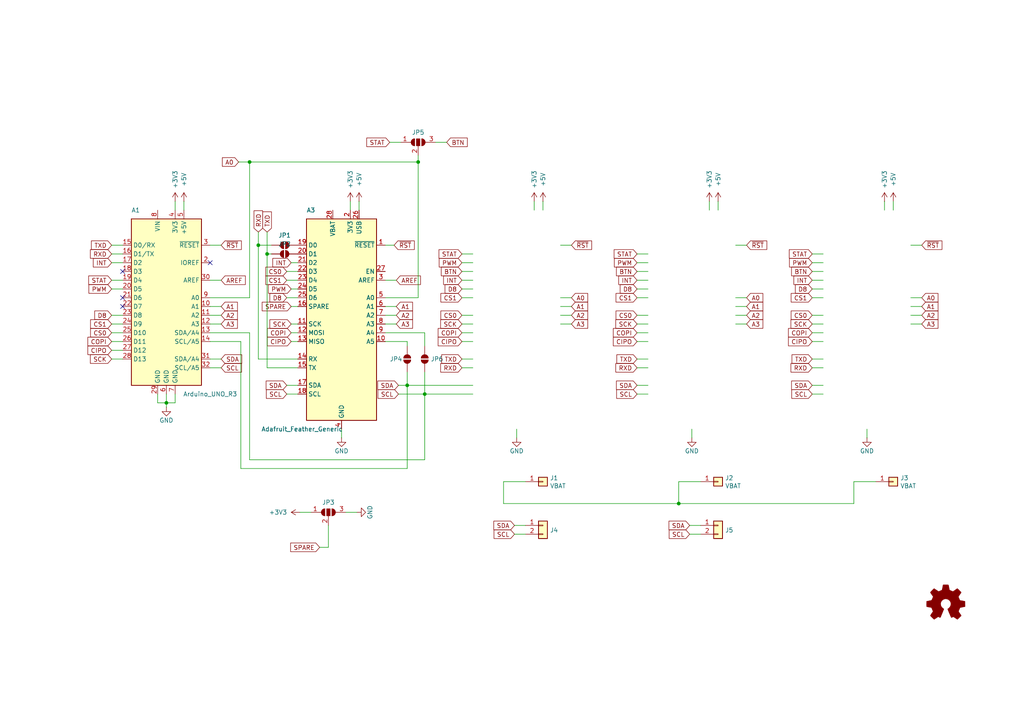
<source format=kicad_sch>
(kicad_sch (version 20231120) (generator "eeschema") (generator_version "8.0")
  (paper "A4")
  (title_block (title "ADAPT") (date "2021-03-15") (rev "v1.0") (company "nerdyscout"))
  (lib_symbols
    (symbol "Connector_Generic:Conn_01x01" (pin_names (offset 1.016) hide)
      (property "Reference" "J" (at 0 2.54 0))
      (property "Value" "Conn_01x01" (at 0 -2.54 0))
      (symbol "Conn_01x01_1_1"
        (rectangle (start -1.27 0.127) (end 0 -0.127) (stroke (width 0.1524)))
        (rectangle (start -1.27 1.27) (end 1.27 -1.27) (stroke (width 0.254)) (fill (type background)))
        (pin passive line (at -5.08 0 0) (length 3.81) (name "Pin_1") (number "1"))
      )
    )
    (symbol "Connector_Generic:Conn_01x02" (pin_names (offset 1.016) hide)
      (property "Reference" "J" (at 0 2.54 0))
      (property "Value" "Conn_01x02" (at 0 -5.08 0))
      (symbol "Conn_01x02_1_1"
        (rectangle (start -1.27 -2.413) (end 0 -2.667) (stroke (width 0.1524)))
        (rectangle (start -1.27 0.127) (end 0 -0.127) (stroke (width 0.1524)))
        (rectangle (start -1.27 1.27) (end 1.27 -3.81) (stroke (width 0.254)) (fill (type background)))
        (pin passive line (at -5.08 0 0) (length 3.81) (name "Pin_1") (number "1"))
        (pin passive line (at -5.08 -2.54 0) (length 3.81) (name "Pin_2") (number "2"))
      )
    )
    (symbol "Graphic:Logo_Open_Hardware_Small" (in_bom no) (on_board no)
      (symbol "Logo_Open_Hardware_Small_0_1"
        (polyline (pts (xy 3.3528 -4.3434) (xy 3.302 -4.318) (xy 3.175 -4.2418) (xy 2.9972 -4.1148) (xy 2.7686 -3.9624) (xy 2.54 -3.81) (xy 2.3622 -3.7084) (xy 2.2352 -3.6068) (xy 2.1844 -3.5814) (xy 2.159 -3.6068) (xy 2.0574 -3.6576) (xy 1.905 -3.7338) (xy 1.8034 -3.7846) (xy 1.6764 -3.8354) (xy 1.6002 -3.8354) (xy 1.6002 -3.8354) (xy 1.5494 -3.7338) (xy 1.4732 -3.5306) (xy 1.3462 -3.302) (xy 1.2446 -3.0226) (xy 1.1176 -2.7178) (xy 0.9652 -2.413) (xy 0.8636 -2.1082) (xy 0.7366 -1.8288) (xy 0.6604 -1.6256) (xy 0.6096 -1.4732) (xy 0.5842 -1.397) (xy 0.5842 -1.397) (xy 0.6604 -1.3208) (xy 0.7874 -1.2446) (xy 1.0414 -1.016) (xy 1.2954 -0.6858) (xy 1.4478 -0.3302) (xy 1.524 0.0762) (xy 1.4732 0.4572) (xy 1.3208 0.8128) (xy 1.0668 1.143) (xy 0.762 1.3716) (xy 0.4064 1.524) (xy 0 1.5748) (xy -0.381 1.5494) (xy -0.7366 1.397) (xy -1.0668 1.143) (xy -1.2192 0.9906) (xy -1.397 0.6604) (xy -1.524 0.3048) (xy -1.524 0.2286) (xy -1.4986 -0.1778) (xy -1.397 -0.5334) (xy -1.1938 -0.8636) (xy -0.9144 -1.143) (xy -0.8636 -1.1684) (xy -0.7366 -1.27) (xy -0.635 -1.3462) (xy -0.5842 -1.397) (xy -1.0668 -2.5908) (xy -1.143 -2.794) (xy -1.2954 -3.1242) (xy -1.397 -3.4036) (xy -1.4986 -3.6322) (xy -1.5748 -3.7846) (xy -1.6002 -3.8354) (xy -1.6002 -3.8354) (xy -1.651 -3.8354) (xy -1.7272 -3.81) (xy -1.905 -3.7338) (xy -2.0066 -3.683) (xy -2.1336 -3.6068) (xy -2.2098 -3.5814) (xy -2.2606 -3.6068) (xy -2.3622 -3.683) (xy -2.54 -3.81) (xy -2.7686 -3.9624) (xy -2.9718 -4.0894) (xy -3.1496 -4.2164) (xy -3.302 -4.318) (xy -3.3528 -4.3434) (xy -3.3782 -4.3434) (xy -3.429 -4.318) (xy -3.5306 -4.2164) (xy -3.7084 -4.064) (xy -3.937 -3.8354) (xy -3.9624 -3.81) (xy -4.1656 -3.6068) (xy -4.318 -3.4544) (xy -4.4196 -3.3274) (xy -4.445 -3.2766) (xy -4.445 -3.2766) (xy -4.4196 -3.2258) (xy -4.318 -3.0734) (xy -4.2164 -2.8956) (xy -4.064 -2.667) (xy -3.6576 -2.0828) (xy -3.8862 -1.5494) (xy -3.937 -1.3716) (xy -4.0386 -1.1684) (xy -4.0894 -1.0414) (xy -4.1148 -0.9652) (xy -4.191 -0.9398) (xy -4.318 -0.9144) (xy -4.5466 -0.8636) (xy -4.8006 -0.8128) (xy -5.0546 -0.7874) (xy -5.2578 -0.7366) (xy -5.4356 -0.7112) (xy -5.5118 -0.6858) (xy -5.5118 -0.6858) (xy -5.5372 -0.635) (xy -5.5372 -0.5588) (xy -5.5372 -0.4318) (xy -5.5626 -0.2286) (xy -5.5626 0.0762) (xy -5.5626 0.127) (xy -5.5372 0.4064) (xy -5.5372 0.635) (xy -5.5372 0.762) (xy -5.5372 0.8382) (xy -5.5372 0.8382) (xy -5.461 0.8382) (xy -5.3086 0.889) (xy -5.08 0.9144) (xy -4.826 0.9652) (xy -4.8006 0.9906) (xy -4.5466 1.0414) (xy -4.318 1.0668) (xy -4.1656 1.1176) (xy -4.0894 1.143) (xy -4.0894 1.143) (xy -4.0386 1.2446) (xy -3.9624 1.4224) (xy -3.8608 1.6256) (xy -3.7846 1.8288) (xy -3.7084 2.0066) (xy -3.6576 2.159) (xy -3.6322 2.2098) (xy -3.6322 2.2098) (xy -3.683 2.286) (xy -3.7592 2.413) (xy -3.8862 2.5908) (xy -4.064 2.8194) (xy -4.064 2.8448) (xy -4.2164 3.0734) (xy -4.3434 3.2512) (xy -4.4196 3.3782) (xy -4.445 3.4544) (xy -4.445 3.4544) (xy -4.3942 3.5052) (xy -4.2926 3.6322) (xy -4.1148 3.81) (xy -3.937 4.0132) (xy -3.8608 4.064) (xy -3.6576 4.2926) (xy -3.5052 4.4196) (xy -3.4036 4.4958) (xy -3.3528 4.5212) (xy -3.3528 4.5212) (xy -3.302 4.4704) (xy -3.1496 4.3688) (xy -2.9718 4.2418) (xy -2.7432 4.0894) (xy -2.7178 4.0894) (xy -2.4892 3.937) (xy -2.3114 3.81) (xy -2.1844 3.7084) (xy -2.1336 3.683) (xy -2.1082 3.683) (xy -2.032 3.7084) (xy -1.8542 3.7592) (xy -1.6764 3.8354) (xy -1.4732 3.937) (xy -1.27 4.0132) (xy -1.143 4.064) (xy -1.0668 4.1148) (xy -1.0668 4.1148) (xy -1.0414 4.191) (xy -1.016 4.3434) (xy -0.9652 4.572) (xy -0.9144 4.8514) (xy -0.889 4.9022) (xy -0.8382 5.1562) (xy -0.8128 5.3848) (xy -0.7874 5.5372) (xy -0.762 5.588) (xy -0.7112 5.6134) (xy -0.5842 5.6134) (xy -0.4064 5.6134) (xy -0.1524 5.6134) (xy 0.0762 5.6134) (xy 0.3302 5.6134) (xy 0.5334 5.6134) (xy 0.6858 5.588) (xy 0.7366 5.588) (xy 0.7366 5.588) (xy 0.762 5.5118) (xy 0.8128 5.334) (xy 0.8382 5.1054) (xy 0.9144 4.826) (xy 0.9144 4.7752) (xy 0.9652 4.5212) (xy 1.016 4.2926) (xy 1.0414 4.1402) (xy 1.0668 4.0894) (xy 1.0668 4.0894) (xy 1.1938 4.0386) (xy 1.3716 3.9624) (xy 1.5748 3.8608) (xy 2.0828 3.6576) (xy 2.7178 4.0894) (xy 2.7686 4.1402) (xy 2.9972 4.2926) (xy 3.175 4.4196) (xy 3.302 4.4958) (xy 3.3782 4.5212) (xy 3.3782 4.5212) (xy 3.429 4.4704) (xy 3.556 4.3434) (xy 3.7338 4.191) (xy 3.9116 3.9878) (xy 4.064 3.8354) (xy 4.2418 3.6576) (xy 4.3434 3.556) (xy 4.4196 3.4798) (xy 4.4196 3.429) (xy 4.4196 3.4036) (xy 4.3942 3.3274) (xy 4.2926 3.2004) (xy 4.1656 2.9972) (xy 4.0132 2.794) (xy 3.8862 2.5908) (xy 3.7592 2.3876) (xy 3.6576 2.2352) (xy 3.6322 2.159) (xy 3.6322 2.1336) (xy 3.683 2.0066) (xy 3.7592 1.8288) (xy 3.8608 1.6002) (xy 4.064 1.1176) (xy 4.3942 1.0414) (xy 4.5974 1.016) (xy 4.8768 0.9652) (xy 5.1308 0.9144) (xy 5.5372 0.8382) (xy 5.5626 -0.6604) (xy 5.4864 -0.6858) (xy 5.4356 -0.6858) (xy 5.2832 -0.7366) (xy 5.0546 -0.762) (xy 4.8006 -0.8128) (xy 4.5974 -0.8636) (xy 4.3688 -0.9144) (xy 4.2164 -0.9398) (xy 4.1402 -0.9398) (xy 4.1148 -0.9652) (xy 4.064 -1.0668) (xy 3.9878 -1.2446) (xy 3.9116 -1.4478) (xy 3.81 -1.651) (xy 3.7338 -1.8542) (xy 3.683 -2.0066) (xy 3.6576 -2.0828) (xy 3.683 -2.1336) (xy 3.7846 -2.2606) (xy 3.8862 -2.4638) (xy 4.0386 -2.667) (xy 4.191 -2.8956) (xy 4.318 -3.0734) (xy 4.3942 -3.2004) (xy 4.445 -3.2766) (xy 4.4196 -3.3274) (xy 4.3434 -3.429) (xy 4.1656 -3.5814) (xy 3.937 -3.8354) (xy 3.8862 -3.8608) (xy 3.683 -4.064) (xy 3.5306 -4.2164) (xy 3.4036 -4.318) (xy 3.3528 -4.3434)) (fill (type outline)))
      )
    )
    (symbol "Jumper:SolderJumper_2_Open" (pin_numbers hide) (pin_names (offset 0) hide) (exclude_from_sim yes) (in_bom no)
      (property "Reference" "JP" (at 0 2.032 0))
      (property "Value" "SolderJumper_2_Open" (at 0 -2.54 0))
      (symbol "SolderJumper_2_Open_0_1"
        (arc (start -0.254 1.016) (mid -1.2656 0) (end -0.254 -1.016))
        (arc (start -0.254 1.016) (mid -1.2656 0) (end -0.254 -1.016) (fill (type outline)))
        (polyline (pts (xy -0.254 1.016) (xy -0.254 -1.016)))
        (polyline (pts (xy 0.254 1.016) (xy 0.254 -1.016)))
        (arc (start 0.254 -1.016) (mid 1.2656 0) (end 0.254 1.016))
        (arc (start 0.254 -1.016) (mid 1.2656 0) (end 0.254 1.016) (fill (type outline)))
      )
      (symbol "SolderJumper_2_Open_1_1"
        (pin passive line (at -3.81 0 0) (length 2.54) (name "A") (number "1"))
        (pin passive line (at 3.81 0 180) (length 2.54) (name "B") (number "2"))
      )
    )
    (symbol "Jumper:SolderJumper_3_Open" (pin_names (offset 0) hide) (exclude_from_sim yes) (in_bom no)
      (property "Reference" "JP" (at -2.54 -2.54 0))
      (property "Value" "SolderJumper_3_Open" (at 0 2.794 0))
      (symbol "SolderJumper_3_Open_0_1"
        (arc (start -1.016 1.016) (mid -2.0276 0) (end -1.016 -1.016))
        (arc (start -1.016 1.016) (mid -2.0276 0) (end -1.016 -1.016) (fill (type outline)))
        (rectangle (start -0.508 1.016) (end 0.508 -1.016) (fill (type outline)))
        (polyline (pts (xy -2.54 0) (xy -2.032 0)))
        (polyline (pts (xy -1.016 1.016) (xy -1.016 -1.016)))
        (polyline (pts (xy 0 -1.27) (xy 0 -1.016)))
        (polyline (pts (xy 1.016 1.016) (xy 1.016 -1.016)))
        (polyline (pts (xy 2.54 0) (xy 2.032 0)))
        (arc (start 1.016 -1.016) (mid 2.0276 0) (end 1.016 1.016))
        (arc (start 1.016 -1.016) (mid 2.0276 0) (end 1.016 1.016) (fill (type outline)))
      )
      (symbol "SolderJumper_3_Open_1_1"
        (pin passive line (at -5.08 0 0) (length 2.54) (name "A") (number "1"))
        (pin passive line (at 0 -3.81 90) (length 2.54) (name "C") (number "2"))
        (pin passive line (at 5.08 0 180) (length 2.54) (name "B") (number "3"))
      )
    )
    (symbol "MCU_Module:Adafruit_Feather_Generic"
      (property "Reference" "A" (at -10.16 29.21 0))
      (property "Value" "Adafruit_Feather_Generic" (at 2.54 -31.75 0))
      (symbol "Adafruit_Feather_Generic_0_1"
        (rectangle (start -10.16 27.94) (end 10.16 -30.48) (stroke (width 0.254)) (fill (type background)))
      )
      (symbol "Adafruit_Feather_Generic_1_1"
        (pin input line (at 12.7 20.32 180) (length 2.54) (name "~{RESET}") (number "1"))
        (pin bidirectional line (at 12.7 -7.62 180) (length 2.54) (name "A5") (number "10"))
        (pin bidirectional line (at -12.7 -2.54 0) (length 2.54) (name "SCK") (number "11"))
        (pin bidirectional line (at -12.7 -5.08 0) (length 2.54) (name "MOSI") (number "12"))
        (pin bidirectional line (at -12.7 -7.62 0) (length 2.54) (name "MISO") (number "13"))
        (pin bidirectional line (at -12.7 -12.7 0) (length 2.54) (name "RX") (number "14"))
        (pin bidirectional line (at -12.7 -15.24 0) (length 2.54) (name "TX") (number "15"))
        (pin bidirectional line (at -12.7 2.54 0) (length 2.54) (name "SPARE") (number "16"))
        (pin bidirectional line (at -12.7 -20.32 0) (length 2.54) (name "SDA") (number "17"))
        (pin bidirectional line (at -12.7 -22.86 0) (length 2.54) (name "SCL") (number "18"))
        (pin bidirectional line (at -12.7 20.32 0) (length 2.54) (name "D0") (number "19"))
        (pin power_in line (at 2.54 30.48 270) (length 2.54) (name "3V3") (number "2"))
        (pin bidirectional line (at -12.7 17.78 0) (length 2.54) (name "D1") (number "20"))
        (pin bidirectional line (at -12.7 15.24 0) (length 2.54) (name "D2") (number "21"))
        (pin bidirectional line (at -12.7 12.7 0) (length 2.54) (name "D3") (number "22"))
        (pin bidirectional line (at -12.7 10.16 0) (length 2.54) (name "D4") (number "23"))
        (pin bidirectional line (at -12.7 7.62 0) (length 2.54) (name "D5") (number "24"))
        (pin bidirectional line (at -12.7 5.08 0) (length 2.54) (name "D6") (number "25"))
        (pin power_in line (at 5.08 30.48 270) (length 2.54) (name "USB") (number "26"))
        (pin input line (at 12.7 12.7 180) (length 2.54) (name "EN") (number "27"))
        (pin power_in line (at -2.54 30.48 270) (length 2.54) (name "VBAT") (number "28"))
        (pin input line (at 12.7 10.16 180) (length 2.54) (name "AREF") (number "3"))
        (pin power_in line (at 0 -33.02 90) (length 2.54) (name "GND") (number "4"))
        (pin bidirectional line (at 12.7 5.08 180) (length 2.54) (name "A0") (number "5"))
        (pin bidirectional line (at 12.7 2.54 180) (length 2.54) (name "A1") (number "6"))
        (pin bidirectional line (at 12.7 0 180) (length 2.54) (name "A2") (number "7"))
        (pin bidirectional line (at 12.7 -2.54 180) (length 2.54) (name "A3") (number "8"))
        (pin bidirectional line (at 12.7 -5.08 180) (length 2.54) (name "A4") (number "9"))
      )
    )
    (symbol "MCU_Module:Arduino_UNO_R3"
      (property "Reference" "A" (at -10.16 23.495 0))
      (property "Value" "Arduino_UNO_R3" (at 5.08 -26.67 0))
      (symbol "Arduino_UNO_R3_0_1"
        (rectangle (start -10.16 22.86) (end 10.16 -25.4) (stroke (width 0.254)) (fill (type background)))
      )
      (symbol "Arduino_UNO_R3_1_1"
        (pin no_connect line (at -10.16 -20.32 0) (length 2.54) hide (name "NC") (number "1"))
        (pin bidirectional line (at 12.7 -2.54 180) (length 2.54) (name "A1") (number "10"))
        (pin bidirectional line (at 12.7 -5.08 180) (length 2.54) (name "A2") (number "11"))
        (pin bidirectional line (at 12.7 -7.62 180) (length 2.54) (name "A3") (number "12"))
        (pin bidirectional line (at 12.7 -10.16 180) (length 2.54) (name "SDA/A4") (number "13"))
        (pin bidirectional line (at 12.7 -12.7 180) (length 2.54) (name "SCL/A5") (number "14"))
        (pin bidirectional line (at -12.7 15.24 0) (length 2.54) (name "D0/RX") (number "15"))
        (pin bidirectional line (at -12.7 12.7 0) (length 2.54) (name "D1/TX") (number "16"))
        (pin bidirectional line (at -12.7 10.16 0) (length 2.54) (name "D2") (number "17"))
        (pin bidirectional line (at -12.7 7.62 0) (length 2.54) (name "D3") (number "18"))
        (pin bidirectional line (at -12.7 5.08 0) (length 2.54) (name "D4") (number "19"))
        (pin output line (at 12.7 10.16 180) (length 2.54) (name "IOREF") (number "2"))
        (pin bidirectional line (at -12.7 2.54 0) (length 2.54) (name "D5") (number "20"))
        (pin bidirectional line (at -12.7 0 0) (length 2.54) (name "D6") (number "21"))
        (pin bidirectional line (at -12.7 -2.54 0) (length 2.54) (name "D7") (number "22"))
        (pin bidirectional line (at -12.7 -5.08 0) (length 2.54) (name "D8") (number "23"))
        (pin bidirectional line (at -12.7 -7.62 0) (length 2.54) (name "D9") (number "24"))
        (pin bidirectional line (at -12.7 -10.16 0) (length 2.54) (name "D10") (number "25"))
        (pin bidirectional line (at -12.7 -12.7 0) (length 2.54) (name "D11") (number "26"))
        (pin bidirectional line (at -12.7 -15.24 0) (length 2.54) (name "D12") (number "27"))
        (pin bidirectional line (at -12.7 -17.78 0) (length 2.54) (name "D13") (number "28"))
        (pin power_in line (at -2.54 -27.94 90) (length 2.54) (name "GND") (number "29"))
        (pin input line (at 12.7 15.24 180) (length 2.54) (name "~{RESET}") (number "3"))
        (pin input line (at 12.7 5.08 180) (length 2.54) (name "AREF") (number "30"))
        (pin bidirectional line (at 12.7 -17.78 180) (length 2.54) (name "SDA/A4") (number "31"))
        (pin bidirectional line (at 12.7 -20.32 180) (length 2.54) (name "SCL/A5") (number "32"))
        (pin power_out line (at 2.54 25.4 270) (length 2.54) (name "3V3") (number "4"))
        (pin power_out line (at 5.08 25.4 270) (length 2.54) (name "+5V") (number "5"))
        (pin power_in line (at 0 -27.94 90) (length 2.54) (name "GND") (number "6"))
        (pin power_in line (at 2.54 -27.94 90) (length 2.54) (name "GND") (number "7"))
        (pin power_in line (at -2.54 25.4 270) (length 2.54) (name "VIN") (number "8"))
        (pin bidirectional line (at 12.7 0 180) (length 2.54) (name "A0") (number "9"))
      )
    )
    (symbol "power:+3V3" (power) (pin_numbers hide) (pin_names (offset 0) hide)
      (property "Value" "+3V3" (at 0 3.556 0))
      (symbol "+3V3_0_1"
        (polyline (pts (xy -0.762 1.27) (xy 0 2.54)))
        (polyline (pts (xy 0 0) (xy 0 2.54)))
        (polyline (pts (xy 0 2.54) (xy 0.762 1.27)))
      )
      (symbol "+3V3_1_1"
        (pin power_in line (at 0 0 90) (length 0) (name "~") (number "1"))
      )
    )
    (symbol "power:+5V" (power) (pin_numbers hide) (pin_names (offset 0) hide)
      (property "Value" "+5V" (at 0 3.556 0))
      (symbol "+5V_0_1"
        (polyline (pts (xy -0.762 1.27) (xy 0 2.54)))
        (polyline (pts (xy 0 0) (xy 0 2.54)))
        (polyline (pts (xy 0 2.54) (xy 0.762 1.27)))
      )
      (symbol "+5V_1_1"
        (pin power_in line (at 0 0 90) (length 0) (name "~") (number "1"))
      )
    )
    (symbol "power:GND" (power) (pin_numbers hide) (pin_names (offset 0) hide)
      (property "Value" "GND" (at 0 -3.81 0))
      (symbol "GND_0_1"
        (polyline (pts (xy 0 0) (xy 0 -1.27) (xy 1.27 -1.27) (xy 0 -2.54) (xy -1.27 -1.27) (xy 0 -1.27)))
      )
      (symbol "GND_1_1"
        (pin power_in line (at 0 0 270) (length 0) (name "~") (number "1"))
      )
    )
  )
  (junction (at 118.11 111.76))
  (junction (at 123.19 114.3))
  (junction (at 48.26 116.84))
  (junction (at 121.285 46.99))
  (junction (at 196.85 146.05))
  (junction (at 74.93 71.12))
  (junction (at 77.47 73.66))
  (junction (at 72.39 46.99))
  (no_connect (at 60.96 76.2))
  (no_connect (at 35.56 86.36))
  (no_connect (at 35.56 88.9))
  (no_connect (at 35.56 78.74))
  (wire (pts (xy 86.36 96.52) (xy 84.455 96.52)))
  (wire (pts (xy 95.25 158.75) (xy 95.25 152.4)))
  (wire (pts (xy 60.96 86.36) (xy 72.39 86.36)))
  (wire (pts (xy 35.56 91.44) (xy 32.385 91.44)))
  (wire (pts (xy 133.985 81.28) (xy 137.16 81.28)))
  (wire (pts (xy 123.19 133.35) (xy 123.19 114.3)))
  (wire (pts (xy 165.735 86.36) (xy 162.56 86.36)))
  (wire (pts (xy 84.455 83.82) (xy 86.36 83.82)))
  (wire (pts (xy 154.94 58.42) (xy 154.94 60.96)))
  (wire (pts (xy 123.19 114.3) (xy 123.19 107.95)))
  (wire (pts (xy 111.76 86.36) (xy 121.285 86.36)))
  (wire (pts (xy 69.85 135.89) (xy 118.11 135.89)))
  (wire (pts (xy 184.785 76.2) (xy 187.96 76.2)))
  (wire (pts (xy 50.8 116.84) (xy 48.26 116.84)))
  (wire (pts (xy 84.455 99.06) (xy 86.36 99.06)))
  (wire (pts (xy 32.385 104.14) (xy 35.56 104.14)))
  (wire (pts (xy 35.56 81.28) (xy 32.385 81.28)))
  (wire (pts (xy 235.585 86.36) (xy 238.76 86.36)))
  (wire (pts (xy 213.36 88.9) (xy 216.535 88.9)))
  (wire (pts (xy 32.385 76.2) (xy 35.56 76.2)))
  (wire (pts (xy 196.85 139.7) (xy 196.85 146.05)))
  (wire (pts (xy 101.6 58.42) (xy 101.6 60.96)))
  (wire (pts (xy 84.455 93.98) (xy 86.36 93.98)))
  (wire (pts (xy 126.365 41.275) (xy 129.54 41.275)))
  (wire (pts (xy 60.96 88.9) (xy 64.135 88.9)))
  (wire (pts (xy 187.96 104.14) (xy 184.785 104.14)))
  (wire (pts (xy 264.16 93.98) (xy 267.335 93.98)))
  (wire (pts (xy 86.36 106.68) (xy 77.47 106.68)))
  (wire (pts (xy 165.735 71.12) (xy 162.56 71.12)))
  (wire (pts (xy 216.535 71.12) (xy 213.36 71.12)))
  (wire (pts (xy 121.285 46.99) (xy 121.285 45.085)))
  (wire (pts (xy 32.385 83.82) (xy 35.56 83.82)))
  (wire (pts (xy 86.36 111.76) (xy 83.185 111.76)))
  (wire (pts (xy 146.05 146.05) (xy 146.05 139.7)))
  (wire (pts (xy 74.93 67.31) (xy 74.93 71.12)))
  (wire (pts (xy 187.96 83.82) (xy 184.785 83.82)))
  (wire (pts (xy 251.46 127) (xy 251.46 124.46)))
  (wire (pts (xy 187.96 73.66) (xy 184.785 73.66)))
  (wire (pts (xy 100.33 148.59) (xy 103.505 148.59)))
  (wire (pts (xy 187.96 111.76) (xy 184.785 111.76)))
  (wire (pts (xy 254 139.7) (xy 247.65 139.7)))
  (wire (pts (xy 133.985 76.2) (xy 137.16 76.2)))
  (wire (pts (xy 184.785 93.98) (xy 187.96 93.98)))
  (wire (pts (xy 78.74 73.66) (xy 77.47 73.66)))
  (wire (pts (xy 64.135 91.44) (xy 60.96 91.44)))
  (wire (pts (xy 203.2 139.7) (xy 196.85 139.7)))
  (wire (pts (xy 116.205 41.275) (xy 113.03 41.275)))
  (wire (pts (xy 267.335 91.44) (xy 264.16 91.44)))
  (wire (pts (xy 74.93 104.14) (xy 74.93 71.12)))
  (wire (pts (xy 264.16 88.9) (xy 267.335 88.9)))
  (wire (pts (xy 187.96 91.44) (xy 184.785 91.44)))
  (wire (pts (xy 83.185 81.28) (xy 86.36 81.28)))
  (wire (pts (xy 123.19 100.33) (xy 123.19 96.52)))
  (wire (pts (xy 149.225 154.94) (xy 152.4 154.94)))
  (wire (pts (xy 64.135 106.68) (xy 60.96 106.68)))
  (wire (pts (xy 238.76 73.66) (xy 235.585 73.66)))
  (wire (pts (xy 137.16 91.44) (xy 133.985 91.44)))
  (wire (pts (xy 118.11 100.33) (xy 118.11 99.06)))
  (wire (pts (xy 146.05 139.7) (xy 152.4 139.7)))
  (wire (pts (xy 77.47 73.66) (xy 77.47 67.31)))
  (wire (pts (xy 149.86 127) (xy 149.86 124.46)))
  (wire (pts (xy 115.57 111.76) (xy 118.11 111.76)))
  (wire (pts (xy 86.36 86.36) (xy 83.185 86.36)))
  (wire (pts (xy 83.185 114.3) (xy 86.36 114.3)))
  (wire (pts (xy 205.74 58.42) (xy 205.74 60.96)))
  (wire (pts (xy 203.2 152.4) (xy 200.025 152.4)))
  (wire (pts (xy 137.16 104.14) (xy 133.985 104.14)))
  (wire (pts (xy 64.135 71.12) (xy 60.96 71.12)))
  (wire (pts (xy 238.76 104.14) (xy 235.585 104.14)))
  (wire (pts (xy 32.385 93.98) (xy 35.56 93.98)))
  (wire (pts (xy 216.535 91.44) (xy 213.36 91.44)))
  (wire (pts (xy 115.57 114.3) (xy 123.19 114.3)))
  (wire (pts (xy 69.215 46.99) (xy 72.39 46.99)))
  (wire (pts (xy 196.85 146.05) (xy 146.05 146.05)))
  (wire (pts (xy 247.65 146.05) (xy 196.85 146.05)))
  (wire (pts (xy 267.335 86.36) (xy 264.16 86.36)))
  (wire (pts (xy 69.85 135.89) (xy 69.85 99.06)))
  (wire (pts (xy 84.455 76.2) (xy 86.36 76.2)))
  (wire (pts (xy 235.585 106.68) (xy 238.76 106.68)))
  (wire (pts (xy 114.935 91.44) (xy 111.76 91.44)))
  (wire (pts (xy 92.71 158.75) (xy 95.25 158.75)))
  (wire (pts (xy 235.585 76.2) (xy 238.76 76.2)))
  (wire (pts (xy 48.26 118.11) (xy 48.26 116.84)))
  (wire (pts (xy 32.385 73.66) (xy 35.56 73.66)))
  (wire (pts (xy 152.4 152.4) (xy 149.225 152.4)))
  (wire (pts (xy 235.585 93.98) (xy 238.76 93.98)))
  (wire (pts (xy 53.34 58.42) (xy 53.34 60.96)))
  (wire (pts (xy 35.56 99.06) (xy 32.385 99.06)))
  (wire (pts (xy 32.385 101.6) (xy 35.56 101.6)))
  (wire (pts (xy 118.11 107.95) (xy 118.11 111.76)))
  (wire (pts (xy 84.455 88.9) (xy 86.36 88.9)))
  (wire (pts (xy 45.72 116.84) (xy 48.26 116.84)))
  (wire (pts (xy 35.56 71.12) (xy 32.385 71.12)))
  (wire (pts (xy 104.14 58.42) (xy 104.14 60.96)))
  (wire (pts (xy 157.48 58.42) (xy 157.48 60.96)))
  (wire (pts (xy 162.56 93.98) (xy 165.735 93.98)))
  (wire (pts (xy 267.335 71.12) (xy 264.16 71.12)))
  (wire (pts (xy 118.11 111.76) (xy 118.11 135.89)))
  (wire (pts (xy 111.76 93.98) (xy 114.935 93.98)))
  (wire (pts (xy 111.76 96.52) (xy 123.19 96.52)))
  (wire (pts (xy 60.96 96.52) (xy 72.39 96.52)))
  (wire (pts (xy 133.985 106.68) (xy 137.16 106.68)))
  (wire (pts (xy 118.11 111.76) (xy 137.16 111.76)))
  (wire (pts (xy 72.39 133.35) (xy 123.19 133.35)))
  (wire (pts (xy 111.76 99.06) (xy 118.11 99.06)))
  (wire (pts (xy 60.96 104.14) (xy 64.135 104.14)))
  (wire (pts (xy 137.16 96.52) (xy 133.985 96.52)))
  (wire (pts (xy 187.96 96.52) (xy 184.785 96.52)))
  (wire (pts (xy 247.65 139.7) (xy 247.65 146.05)))
  (wire (pts (xy 184.785 86.36) (xy 187.96 86.36)))
  (wire (pts (xy 86.36 78.74) (xy 83.185 78.74)))
  (wire (pts (xy 69.85 99.06) (xy 60.96 99.06)))
  (wire (pts (xy 123.19 114.3) (xy 137.16 114.3)))
  (wire (pts (xy 162.56 88.9) (xy 165.735 88.9)))
  (wire (pts (xy 133.985 93.98) (xy 137.16 93.98)))
  (wire (pts (xy 200.025 154.94) (xy 203.2 154.94)))
  (wire (pts (xy 213.36 93.98) (xy 216.535 93.98)))
  (wire (pts (xy 72.39 46.99) (xy 121.285 46.99)))
  (wire (pts (xy 86.36 104.14) (xy 74.93 104.14)))
  (wire (pts (xy 235.585 81.28) (xy 238.76 81.28)))
  (wire (pts (xy 77.47 106.68) (xy 77.47 73.66)))
  (wire (pts (xy 238.76 83.82) (xy 235.585 83.82)))
  (wire (pts (xy 208.28 58.42) (xy 208.28 60.96)))
  (wire (pts (xy 111.76 81.28) (xy 114.935 81.28)))
  (wire (pts (xy 184.785 114.3) (xy 187.96 114.3)))
  (wire (pts (xy 121.285 86.36) (xy 121.285 46.99)))
  (wire (pts (xy 200.66 127) (xy 200.66 124.46)))
  (wire (pts (xy 133.985 99.06) (xy 137.16 99.06)))
  (wire (pts (xy 137.16 78.74) (xy 133.985 78.74)))
  (wire (pts (xy 133.985 86.36) (xy 137.16 86.36)))
  (wire (pts (xy 184.785 106.68) (xy 187.96 106.68)))
  (wire (pts (xy 60.96 93.98) (xy 64.135 93.98)))
  (wire (pts (xy 86.995 148.59) (xy 90.17 148.59)))
  (wire (pts (xy 187.96 78.74) (xy 184.785 78.74)))
  (wire (pts (xy 184.785 99.06) (xy 187.96 99.06)))
  (wire (pts (xy 50.8 114.3) (xy 50.8 116.84)))
  (wire (pts (xy 238.76 91.44) (xy 235.585 91.44)))
  (wire (pts (xy 74.93 71.12) (xy 78.74 71.12)))
  (wire (pts (xy 184.785 81.28) (xy 187.96 81.28)))
  (wire (pts (xy 60.96 81.28) (xy 64.135 81.28)))
  (wire (pts (xy 216.535 86.36) (xy 213.36 86.36)))
  (wire (pts (xy 165.735 91.44) (xy 162.56 91.44)))
  (wire (pts (xy 238.76 111.76) (xy 235.585 111.76)))
  (wire (pts (xy 235.585 99.06) (xy 238.76 99.06)))
  (wire (pts (xy 48.26 116.84) (xy 48.26 114.3)))
  (wire (pts (xy 235.585 114.3) (xy 238.76 114.3)))
  (wire (pts (xy 238.76 96.52) (xy 235.585 96.52)))
  (wire (pts (xy 238.76 78.74) (xy 235.585 78.74)))
  (wire (pts (xy 256.54 58.42) (xy 256.54 60.96)))
  (wire (pts (xy 35.56 96.52) (xy 32.385 96.52)))
  (wire (pts (xy 137.16 73.66) (xy 133.985 73.66)))
  (wire (pts (xy 99.06 127) (xy 99.06 124.46)))
  (wire (pts (xy 72.39 86.36) (xy 72.39 46.99)))
  (wire (pts (xy 114.3 71.12) (xy 111.76 71.12)))
  (wire (pts (xy 111.76 88.9) (xy 114.935 88.9)))
  (wire (pts (xy 72.39 96.52) (xy 72.39 133.35)))
  (wire (pts (xy 137.16 83.82) (xy 133.985 83.82)))
  (wire (pts (xy 259.08 58.42) (xy 259.08 60.96)))
  (wire (pts (xy 45.72 114.3) (xy 45.72 116.84)))
  (wire (pts (xy 50.8 58.42) (xy 50.8 60.96)))
  (global_label "STAT" (shape input) (at 235.585 73.66 180) (property "Intersheetrefs" "${INTERSHEET_REFS}" (effects (hide yes))))
  (global_label "A2" (shape input) (at 267.335 91.44 0) (property "Intersheetrefs" "${INTERSHEET_REFS}" (effects (hide yes))))
  (global_label "COPI" (shape input) (at 184.785 96.52 180) (property "Intersheetrefs" "${INTERSHEET_REFS}" (effects (hide yes))))
  (global_label "~{RST}" (shape input) (at 64.135 71.12 0) (property "Intersheetrefs" "${INTERSHEET_REFS}" (effects (hide yes))))
  (global_label "SCL" (shape input) (at 184.785 114.3 180) (property "Intersheetrefs" "${INTERSHEET_REFS}" (effects (hide yes))))
  (global_label "PWM" (shape input) (at 133.985 76.2 180) (property "Intersheetrefs" "${INTERSHEET_REFS}" (effects (hide yes))))
  (global_label "BTN" (shape input) (at 235.585 78.74 180) (property "Intersheetrefs" "${INTERSHEET_REFS}" (effects (hide yes))))
  (global_label "SCL" (shape input) (at 115.57 114.3 180) (property "Intersheetrefs" "${INTERSHEET_REFS}" (effects (hide yes))))
  (global_label "SDA" (shape input) (at 115.57 111.76 180) (property "Intersheetrefs" "${INTERSHEET_REFS}" (effects (hide yes))))
  (global_label "PWM" (shape input) (at 32.385 83.82 180) (property "Intersheetrefs" "${INTERSHEET_REFS}" (effects (hide yes))))
  (global_label "CS1" (shape input) (at 235.585 86.36 180) (property "Intersheetrefs" "${INTERSHEET_REFS}" (effects (hide yes))))
  (global_label "A0" (shape input) (at 216.535 86.36 0) (property "Intersheetrefs" "${INTERSHEET_REFS}" (effects (hide yes))))
  (global_label "CS1" (shape input) (at 83.185 81.28 180) (property "Intersheetrefs" "${INTERSHEET_REFS}" (effects (hide yes))))
  (global_label "A3" (shape input) (at 216.535 93.98 0) (property "Intersheetrefs" "${INTERSHEET_REFS}" (effects (hide yes))))
  (global_label "A1" (shape input) (at 165.735 88.9 0) (property "Intersheetrefs" "${INTERSHEET_REFS}" (effects (hide yes))))
  (global_label "CS0" (shape input) (at 184.785 91.44 180) (property "Intersheetrefs" "${INTERSHEET_REFS}" (effects (hide yes))))
  (global_label "INT" (shape input) (at 84.455 76.2 180) (property "Intersheetrefs" "${INTERSHEET_REFS}" (effects (hide yes))))
  (global_label "RXD" (shape input) (at 74.93 67.31 90) (property "Intersheetrefs" "${INTERSHEET_REFS}" (effects (hide yes))))
  (global_label "SCK" (shape input) (at 32.385 104.14 180) (property "Intersheetrefs" "${INTERSHEET_REFS}" (effects (hide yes))))
  (global_label "STAT" (shape input) (at 32.385 81.28 180) (property "Intersheetrefs" "${INTERSHEET_REFS}" (effects (hide yes))))
  (global_label "TXD" (shape input) (at 235.585 104.14 180) (property "Intersheetrefs" "${INTERSHEET_REFS}" (effects (hide yes))))
  (global_label "RXD" (shape input) (at 133.985 106.68 180) (property "Intersheetrefs" "${INTERSHEET_REFS}" (effects (hide yes))))
  (global_label "SDA" (shape input) (at 200.025 152.4 180) (property "Intersheetrefs" "${INTERSHEET_REFS}" (effects (hide yes))))
  (global_label "A3" (shape input) (at 165.735 93.98 0) (property "Intersheetrefs" "${INTERSHEET_REFS}" (effects (hide yes))))
  (global_label "BTN" (shape input) (at 184.785 78.74 180) (property "Intersheetrefs" "${INTERSHEET_REFS}" (effects (hide yes))))
  (global_label "SDA" (shape input) (at 235.585 111.76 180) (property "Intersheetrefs" "${INTERSHEET_REFS}" (effects (hide yes))))
  (global_label "BTN" (shape input) (at 129.54 41.275 0) (property "Intersheetrefs" "${INTERSHEET_REFS}" (effects (hide yes))))
  (global_label "A3" (shape input) (at 114.935 93.98 0) (property "Intersheetrefs" "${INTERSHEET_REFS}" (effects (hide yes))))
  (global_label "A0" (shape input) (at 267.335 86.36 0) (property "Intersheetrefs" "${INTERSHEET_REFS}" (effects (hide yes))))
  (global_label "PWM" (shape input) (at 84.455 83.82 180) (property "Intersheetrefs" "${INTERSHEET_REFS}" (effects (hide yes))))
  (global_label "CIPO" (shape input) (at 84.455 99.06 180) (property "Intersheetrefs" "${INTERSHEET_REFS}" (effects (hide yes))))
  (global_label "RXD" (shape input) (at 184.785 106.68 180) (property "Intersheetrefs" "${INTERSHEET_REFS}" (effects (hide yes))))
  (global_label "A2" (shape input) (at 216.535 91.44 0) (property "Intersheetrefs" "${INTERSHEET_REFS}" (effects (hide yes))))
  (global_label "INT" (shape input) (at 184.785 81.28 180) (property "Intersheetrefs" "${INTERSHEET_REFS}" (effects (hide yes))))
  (global_label "SCL" (shape input) (at 149.225 154.94 180) (property "Intersheetrefs" "${INTERSHEET_REFS}" (effects (hide yes))))
  (global_label "INT" (shape input) (at 235.585 81.28 180) (property "Intersheetrefs" "${INTERSHEET_REFS}" (effects (hide yes))))
  (global_label "COPI" (shape input) (at 84.455 96.52 180) (property "Intersheetrefs" "${INTERSHEET_REFS}" (effects (hide yes))))
  (global_label "SCK" (shape input) (at 84.455 93.98 180) (property "Intersheetrefs" "${INTERSHEET_REFS}" (effects (hide yes))))
  (global_label "STAT" (shape input) (at 133.985 73.66 180) (property "Intersheetrefs" "${INTERSHEET_REFS}" (effects (hide yes))))
  (global_label "A0" (shape input) (at 69.215 46.99 180) (property "Intersheetrefs" "${INTERSHEET_REFS}" (effects (hide yes))))
  (global_label "D8" (shape input) (at 235.585 83.82 180) (property "Intersheetrefs" "${INTERSHEET_REFS}" (effects (hide yes))))
  (global_label "COPI" (shape input) (at 32.385 99.06 180) (property "Intersheetrefs" "${INTERSHEET_REFS}" (effects (hide yes))))
  (global_label "CS0" (shape input) (at 83.185 78.74 180) (property "Intersheetrefs" "${INTERSHEET_REFS}" (effects (hide yes))))
  (global_label "SCK" (shape input) (at 133.985 93.98 180) (property "Intersheetrefs" "${INTERSHEET_REFS}" (effects (hide yes))))
  (global_label "SCL" (shape input) (at 200.025 154.94 180) (property "Intersheetrefs" "${INTERSHEET_REFS}" (effects (hide yes))))
  (global_label "SCL" (shape input) (at 83.185 114.3 180) (property "Intersheetrefs" "${INTERSHEET_REFS}" (effects (hide yes))))
  (global_label "SDA" (shape input) (at 184.785 111.76 180) (property "Intersheetrefs" "${INTERSHEET_REFS}" (effects (hide yes))))
  (global_label "COPI" (shape input) (at 133.985 96.52 180) (property "Intersheetrefs" "${INTERSHEET_REFS}" (effects (hide yes))))
  (global_label "~{RST}" (shape input) (at 216.535 71.12 0) (property "Intersheetrefs" "${INTERSHEET_REFS}" (effects (hide yes))))
  (global_label "A2" (shape input) (at 114.935 91.44 0) (property "Intersheetrefs" "${INTERSHEET_REFS}" (effects (hide yes))))
  (global_label "TXD" (shape input) (at 184.785 104.14 180) (property "Intersheetrefs" "${INTERSHEET_REFS}" (effects (hide yes))))
  (global_label "PWM" (shape input) (at 235.585 76.2 180) (property "Intersheetrefs" "${INTERSHEET_REFS}" (effects (hide yes))))
  (global_label "A2" (shape input) (at 165.735 91.44 0) (property "Intersheetrefs" "${INTERSHEET_REFS}" (effects (hide yes))))
  (global_label "CS1" (shape input) (at 133.985 86.36 180) (property "Intersheetrefs" "${INTERSHEET_REFS}" (effects (hide yes))))
  (global_label "SCK" (shape input) (at 235.585 93.98 180) (property "Intersheetrefs" "${INTERSHEET_REFS}" (effects (hide yes))))
  (global_label "SPARE" (shape input) (at 92.71 158.75 180) (property "Intersheetrefs" "${INTERSHEET_REFS}" (effects (hide yes))))
  (global_label "SPARE" (shape input) (at 84.455 88.9 180) (property "Intersheetrefs" "${INTERSHEET_REFS}" (effects (hide yes))))
  (global_label "A1" (shape input) (at 216.535 88.9 0) (property "Intersheetrefs" "${INTERSHEET_REFS}" (effects (hide yes))))
  (global_label "SDA" (shape input) (at 149.225 152.4 180) (property "Intersheetrefs" "${INTERSHEET_REFS}" (effects (hide yes))))
  (global_label "CS1" (shape input) (at 32.385 93.98 180) (property "Intersheetrefs" "${INTERSHEET_REFS}" (effects (hide yes))))
  (global_label "SDA" (shape input) (at 83.185 111.76 180) (property "Intersheetrefs" "${INTERSHEET_REFS}" (effects (hide yes))))
  (global_label "~{RST}" (shape input) (at 165.735 71.12 0) (property "Intersheetrefs" "${INTERSHEET_REFS}" (effects (hide yes))))
  (global_label "A0" (shape input) (at 165.735 86.36 0) (property "Intersheetrefs" "${INTERSHEET_REFS}" (effects (hide yes))))
  (global_label "AREF" (shape input) (at 114.935 81.28 0) (property "Intersheetrefs" "${INTERSHEET_REFS}" (effects (hide yes))))
  (global_label "SCK" (shape input) (at 184.785 93.98 180) (property "Intersheetrefs" "${INTERSHEET_REFS}" (effects (hide yes))))
  (global_label "INT" (shape input) (at 32.385 76.2 180) (property "Intersheetrefs" "${INTERSHEET_REFS}" (effects (hide yes))))
  (global_label "D8" (shape input) (at 32.385 91.44 180) (property "Intersheetrefs" "${INTERSHEET_REFS}" (effects (hide yes))))
  (global_label "A2" (shape input) (at 64.135 91.44 0) (property "Intersheetrefs" "${INTERSHEET_REFS}" (effects (hide yes))))
  (global_label "STAT" (shape input) (at 184.785 73.66 180) (property "Intersheetrefs" "${INTERSHEET_REFS}" (effects (hide yes))))
  (global_label "A1" (shape input) (at 64.135 88.9 0) (property "Intersheetrefs" "${INTERSHEET_REFS}" (effects (hide yes))))
  (global_label "A3" (shape input) (at 267.335 93.98 0) (property "Intersheetrefs" "${INTERSHEET_REFS}" (effects (hide yes))))
  (global_label "D8" (shape input) (at 133.985 83.82 180) (property "Intersheetrefs" "${INTERSHEET_REFS}" (effects (hide yes))))
  (global_label "~{RST}" (shape input) (at 267.335 71.12 0) (property "Intersheetrefs" "${INTERSHEET_REFS}" (effects (hide yes))))
  (global_label "TXD" (shape input) (at 32.385 71.12 180) (property "Intersheetrefs" "${INTERSHEET_REFS}" (effects (hide yes))))
  (global_label "A3" (shape input) (at 64.135 93.98 0) (property "Intersheetrefs" "${INTERSHEET_REFS}" (effects (hide yes))))
  (global_label "CIPO" (shape input) (at 133.985 99.06 180) (property "Intersheetrefs" "${INTERSHEET_REFS}" (effects (hide yes))))
  (global_label "CS0" (shape input) (at 235.585 91.44 180) (property "Intersheetrefs" "${INTERSHEET_REFS}" (effects (hide yes))))
  (global_label "RXD" (shape input) (at 235.585 106.68 180) (property "Intersheetrefs" "${INTERSHEET_REFS}" (effects (hide yes))))
  (global_label "INT" (shape input) (at 133.985 81.28 180) (property "Intersheetrefs" "${INTERSHEET_REFS}" (effects (hide yes))))
  (global_label "CIPO" (shape input) (at 235.585 99.06 180) (property "Intersheetrefs" "${INTERSHEET_REFS}" (effects (hide yes))))
  (global_label "SCL" (shape input) (at 235.585 114.3 180) (property "Intersheetrefs" "${INTERSHEET_REFS}" (effects (hide yes))))
  (global_label "CIPO" (shape input) (at 32.385 101.6 180) (property "Intersheetrefs" "${INTERSHEET_REFS}" (effects (hide yes))))
  (global_label "A1" (shape input) (at 114.935 88.9 0) (property "Intersheetrefs" "${INTERSHEET_REFS}" (effects (hide yes))))
  (global_label "~{RST}" (shape input) (at 114.3 71.12 0) (property "Intersheetrefs" "${INTERSHEET_REFS}" (effects (hide yes))))
  (global_label "CS1" (shape input) (at 184.785 86.36 180) (property "Intersheetrefs" "${INTERSHEET_REFS}" (effects (hide yes))))
  (global_label "CIPO" (shape input) (at 184.785 99.06 180) (property "Intersheetrefs" "${INTERSHEET_REFS}" (effects (hide yes))))
  (global_label "TXD" (shape input) (at 133.985 104.14 180) (property "Intersheetrefs" "${INTERSHEET_REFS}" (effects (hide yes))))
  (global_label "D8" (shape input) (at 184.785 83.82 180) (property "Intersheetrefs" "${INTERSHEET_REFS}" (effects (hide yes))))
  (global_label "TXD" (shape input) (at 77.47 67.31 90) (property "Intersheetrefs" "${INTERSHEET_REFS}" (effects (hide yes))))
  (global_label "CS0" (shape input) (at 133.985 91.44 180) (property "Intersheetrefs" "${INTERSHEET_REFS}" (effects (hide yes))))
  (global_label "COPI" (shape input) (at 235.585 96.52 180) (property "Intersheetrefs" "${INTERSHEET_REFS}" (effects (hide yes))))
  (global_label "D8" (shape input) (at 83.185 86.36 180) (property "Intersheetrefs" "${INTERSHEET_REFS}" (effects (hide yes))))
  (global_label "CS0" (shape input) (at 32.385 96.52 180) (property "Intersheetrefs" "${INTERSHEET_REFS}" (effects (hide yes))))
  (global_label "STAT" (shape input) (at 113.03 41.275 180) (property "Intersheetrefs" "${INTERSHEET_REFS}" (effects (hide yes))))
  (global_label "PWM" (shape input) (at 184.785 76.2 180) (property "Intersheetrefs" "${INTERSHEET_REFS}" (effects (hide yes))))
  (global_label "SCL" (shape input) (at 64.135 106.68 0) (property "Intersheetrefs" "${INTERSHEET_REFS}" (effects (hide yes))))
  (global_label "A1" (shape input) (at 267.335 88.9 0) (property "Intersheetrefs" "${INTERSHEET_REFS}" (effects (hide yes))))
  (global_label "BTN" (shape input) (at 133.985 78.74 180) (property "Intersheetrefs" "${INTERSHEET_REFS}" (effects (hide yes))))
  (global_label "SDA" (shape input) (at 64.135 104.14 0) (property "Intersheetrefs" "${INTERSHEET_REFS}" (effects (hide yes))))
  (global_label "AREF" (shape input) (at 64.135 81.28 0) (property "Intersheetrefs" "${INTERSHEET_REFS}" (effects (hide yes))))
  (global_label "RXD" (shape input) (at 32.385 73.66 180) (property "Intersheetrefs" "${INTERSHEET_REFS}" (effects (hide yes))))
  (symbol (lib_id "power:GND") (at 251.46 127 0) (unit 1)
    (property "Reference" "#PWR0101" (effects (hide yes)))
    (property "Value" "GND" (at 251.46 130.81 0))
    (property "Description" "Power symbol creates a global label with name \"GND\" , ground" (effects (hide yes)))
  )
  (symbol (lib_id "power:+3V3") (at 256.54 58.42 0) (unit 1)
    (property "Reference" "#PWR0102" (effects (hide yes)))
    (property "Value" "+3V3" (at 256.54 52.07 90))
    (property "Description" "Power symbol creates a global label with name \"+3V3\"" (effects (hide yes)))
  )
  (symbol (lib_id "Graphic:Logo_Open_Hardware_Small") (at 274.32 175.26 0) (unit 1)
    (property "Reference" "LOGO1" (effects (hide yes)))
    (property "Value" "Logo_Open_Hardware_Small" (effects (hide yes)))
    (property "Footprint" "Symbol:OSHW-Symbol_6.7x6mm_SilkScreen" (effects (hide yes)))
    (property "Description" "Open Hardware logo, small" (effects (hide yes)))
    (property "Sim.Enable" "0" (effects (hide yes)))
  )
  (symbol (lib_id "power:+5V") (at 259.08 58.42 0) (unit 1)
    (property "Reference" "#PWR01" (effects (hide yes)))
    (property "Value" "+5V" (at 259.08 52.07 90))
    (property "Description" "Power symbol creates a global label with name \"+5V\"" (effects (hide yes)))
  )
  (symbol (lib_id "ProMicro:Sparkfun_Pro_Micro") (at 251.46 91.44 0) (unit 1)
    (property "Reference" "A2" (at 242.57 60.96 0))
    (property "Value" "Sparkfun_Pro_Micro" (at 261.62 124.46 0))
    (property "Footprint" "lib:ProMicro" (effects (hide yes)))
  )
  (symbol (lib_id "MCU_Module:Arduino_UNO_R3") (at 48.26 86.36 0) (unit 1)
    (property "Reference" "A1" (at 39.37 60.96 0))
    (property "Value" "Arduino_UNO_R3" (at 60.96 114.3 0))
    (property "Footprint" "Module:Arduino_UNO_R3" (effects (hide yes)))
    (property "Datasheet" "https://www.arduino.cc/en/Main/arduinoBoardUno" (effects (hide yes)))
    (property "Description" "Arduino UNO Microcontroller Module, release 3" (effects (hide yes)))
  )
  (symbol (lib_id "MCU_Module:Adafruit_Feather_Generic") (at 99.06 91.44 0) (unit 1)
    (property "Reference" "A3" (at 90.17 60.96 0))
    (property "Value" "Adafruit_Feather_Generic" (at 87.63 124.46 0))
    (property "Footprint" "Module:Adafruit_Feather" (effects (hide yes)))
    (property "Datasheet" "https://cdn-learn.adafruit.com/downloads/pdf/adafruit-feather.pdf" (effects (hide yes)))
    (property "Description" "Microcontroller module in various flavor, generic symbol" (effects (hide yes)))
  )
  (symbol (lib_id "power:+3V3") (at 205.74 58.42 0) (unit 1)
    (property "Reference" "#PWR0103" (effects (hide yes)))
    (property "Value" "+3V3" (at 205.74 52.07 90))
    (property "Description" "Power symbol creates a global label with name \"+3V3\"" (effects (hide yes)))
  )
  (symbol (lib_id "power:GND") (at 200.66 127 0) (unit 1)
    (property "Reference" "#PWR0104" (effects (hide yes)))
    (property "Value" "GND" (at 200.66 130.81 0))
    (property "Description" "Power symbol creates a global label with name \"GND\" , ground" (effects (hide yes)))
  )
  (symbol (lib_id "power:+5V") (at 208.28 58.42 0) (unit 1)
    (property "Reference" "#PWR0105" (effects (hide yes)))
    (property "Value" "+5V" (at 208.28 52.07 90))
    (property "Description" "Power symbol creates a global label with name \"+5V\"" (effects (hide yes)))
  )
  (symbol (lib_id "ProMicro:Sparkfun_Pro_Micro") (at 200.66 91.44 0) (unit 1)
    (property "Reference" "A5" (at 191.77 60.96 0))
    (property "Value" "Sparkfun_Pro_Micro" (at 210.82 124.46 0))
    (property "Footprint" "lib:ProMicro" (effects (hide yes)))
  )
  (symbol (lib_id "power:GND") (at 48.26 118.11 0) (unit 1)
    (property "Reference" "#PWR0114" (effects (hide yes)))
    (property "Value" "GND" (at 48.26 121.92 0))
    (property "Description" "Power symbol creates a global label with name \"GND\" , ground" (effects (hide yes)))
  )
  (symbol (lib_id "power:+3V3") (at 154.94 58.42 0) (unit 1)
    (property "Reference" "#PWR0106" (effects (hide yes)))
    (property "Value" "+3V3" (at 154.94 52.07 90))
    (property "Description" "Power symbol creates a global label with name \"+3V3\"" (effects (hide yes)))
  )
  (symbol (lib_id "power:GND") (at 149.86 127 0) (unit 1)
    (property "Reference" "#PWR0107" (effects (hide yes)))
    (property "Value" "GND" (at 149.86 130.81 0))
    (property "Description" "Power symbol creates a global label with name \"GND\" , ground" (effects (hide yes)))
  )
  (symbol (lib_id "power:+5V") (at 157.48 58.42 0) (unit 1)
    (property "Reference" "#PWR0108" (effects (hide yes)))
    (property "Value" "+5V" (at 157.48 52.07 90))
    (property "Description" "Power symbol creates a global label with name \"+5V\"" (effects (hide yes)))
  )
  (symbol (lib_id "ProMicro:Sparkfun_Pro_Micro") (at 149.86 91.44 0) (unit 1)
    (property "Reference" "A4" (at 140.97 60.96 0))
    (property "Value" "Sparkfun_Pro_Micro" (at 160.02 124.46 0))
    (property "Footprint" "lib:ProMicro" (effects (hide yes)))
  )
  (symbol (lib_id "power:+3V3") (at 101.6 58.42 0) (unit 1)
    (property "Reference" "#PWR0109" (effects (hide yes)))
    (property "Value" "+3V3" (at 101.6 52.07 90))
    (property "Description" "Power symbol creates a global label with name \"+3V3\"" (effects (hide yes)))
  )
  (symbol (lib_id "power:GND") (at 99.06 127 0) (unit 1)
    (property "Reference" "#PWR0110" (effects (hide yes)))
    (property "Value" "GND" (at 99.06 130.81 0))
    (property "Description" "Power symbol creates a global label with name \"GND\" , ground" (effects (hide yes)))
  )
  (symbol (lib_id "power:+5V") (at 104.14 58.42 0) (unit 1)
    (property "Reference" "#PWR0111" (effects (hide yes)))
    (property "Value" "+5V" (at 104.14 52.07 90))
    (property "Description" "Power symbol creates a global label with name \"+5V\"" (effects (hide yes)))
  )
  (symbol (lib_id "power:+3V3") (at 50.8 58.42 0) (unit 1)
    (property "Reference" "#PWR0112" (effects (hide yes)))
    (property "Value" "+3V3" (at 50.8 52.07 90))
    (property "Description" "Power symbol creates a global label with name \"+3V3\"" (effects (hide yes)))
  )
  (symbol (lib_id "power:+5V") (at 53.34 58.42 0) (unit 1)
    (property "Reference" "#PWR0113" (effects (hide yes)))
    (property "Value" "+5V" (at 53.34 52.07 90))
    (property "Description" "Power symbol creates a global label with name \"+5V\"" (effects (hide yes)))
  )
  (symbol (lib_id "Connector_Generic:Conn_01x01") (at 259.08 139.7 0) (unit 1)
    (property "Reference" "J3" (at 261.112 138.6332 0) (effects (justify left)))
    (property "Value" "VBAT" (at 261.112 140.9446 0) (effects (justify left)))
    (property "Footprint" "Connector_PinHeader_2.54mm:PinHeader_1x01_P2.54mm_Vertical" (effects (hide yes)))
    (property "Description" "Generic connector, single row, 01x01, script generated (kicad-library-utils/schlib/autogen/connector/)" (effects (hide yes)))
  )
  (symbol (lib_id "Connector_Generic:Conn_01x01") (at 208.28 139.7 0) (unit 1)
    (property "Reference" "J2" (at 210.312 138.6332 0) (effects (justify left)))
    (property "Value" "VBAT" (at 210.312 140.9446 0) (effects (justify left)))
    (property "Footprint" "Connector_PinHeader_2.54mm:PinHeader_1x01_P2.54mm_Vertical" (effects (hide yes)))
    (property "Description" "Generic connector, single row, 01x01, script generated (kicad-library-utils/schlib/autogen/connector/)" (effects (hide yes)))
  )
  (symbol (lib_id "Connector_Generic:Conn_01x01") (at 157.48 139.7 0) (unit 1)
    (property "Reference" "J1" (at 159.512 138.6332 0) (effects (justify left)))
    (property "Value" "VBAT" (at 159.512 140.9446 0) (effects (justify left)))
    (property "Footprint" "Connector_PinHeader_2.54mm:PinHeader_1x01_P2.54mm_Vertical" (effects (hide yes)))
    (property "Description" "Generic connector, single row, 01x01, script generated (kicad-library-utils/schlib/autogen/connector/)" (effects (hide yes)))
  )
  (symbol (lib_id "Connector_Generic:Conn_01x02") (at 157.48 152.4 0) (unit 1)
    (property "Reference" "J4" (at 159.512 153.7716 0) (effects (justify left)))
    (property "Value" "Conn_01x02" (effects (hide yes)))
    (property "Footprint" "Connector_PinHeader_2.54mm:PinHeader_1x02_P2.54mm_Vertical" (effects (hide yes)))
    (property "Description" "Generic connector, single row, 01x02, script generated (kicad-library-utils/schlib/autogen/connector/)" (effects (hide yes)))
  )
  (symbol (lib_id "Connector_Generic:Conn_01x02") (at 208.28 152.4 0) (unit 1)
    (property "Reference" "J5" (at 210.312 153.7716 0) (effects (justify left)))
    (property "Value" "Conn_01x02" (effects (hide yes)))
    (property "Footprint" "Connector_PinHeader_2.54mm:PinHeader_1x02_P2.54mm_Vertical" (effects (hide yes)))
    (property "Description" "Generic connector, single row, 01x02, script generated (kicad-library-utils/schlib/autogen/connector/)" (effects (hide yes)))
  )
  (symbol (lib_id "Jumper:SolderJumper_3_Open") (at 95.25 148.59 0) (unit 1)
    (property "Reference" "JP3" (at 95.25 145.7198 0))
    (property "Value" "SolderJumper_3_Open" (effects (hide yes)))
    (property "Footprint" "Jumper:SolderJumper-3_P1.3mm_Open_RoundedPad1.0x1.5mm" (effects (hide yes)))
    (property "Description" "Solder Jumper, 3-pole, open" (effects (hide yes)))
  )
  (symbol (lib_id "power:+3V3") (at 86.995 148.59 90) (unit 1)
    (property "Reference" "#PWR0115" (effects (hide yes)))
    (property "Value" "+3V3" (at 80.645 148.59 90))
    (property "Description" "Power symbol creates a global label with name \"+3V3\"" (effects (hide yes)))
  )
  (symbol (lib_id "power:GND") (at 103.505 148.59 90) (unit 1)
    (property "Reference" "#PWR0116" (effects (hide yes)))
    (property "Value" "GND" (at 107.315 148.59 0))
    (property "Description" "Power symbol creates a global label with name \"GND\" , ground" (effects (hide yes)))
  )
  (symbol (lib_id "Jumper:SolderJumper_2_Open") (at 82.55 73.66 0) (unit 1)
    (property "Reference" "JP2" (at 82.55 70.7898 0))
    (property "Value" "SolderJumper_2_Open" (effects (hide yes)))
    (property "Footprint" "Jumper:SolderJumper-2_P1.3mm_Open_RoundedPad1.0x1.5mm" (effects (hide yes)))
    (property "Description" "Solder Jumper, 2-pole, open" (effects (hide yes)))
  )
  (symbol (lib_id "Jumper:SolderJumper_2_Open") (at 82.55 71.12 0) (unit 1)
    (property "Reference" "JP1" (at 82.55 68.2498 0))
    (property "Value" "SolderJumper_2_Open" (effects (hide yes)))
    (property "Footprint" "Jumper:SolderJumper-2_P1.3mm_Open_RoundedPad1.0x1.5mm" (effects (hide yes)))
    (property "Description" "Solder Jumper, 2-pole, open" (effects (hide yes)))
  )
  (symbol (lib_id "Jumper:SolderJumper_2_Open") (at 118.11 104.14 270) (unit 1)
    (property "Reference" "JP4" (at 113.03 104.14 90) (effects (justify left)))
    (property "Value" "SolderJumper_2_Open" (effects (hide yes)))
    (property "Footprint" "Jumper:SolderJumper-2_P1.3mm_Open_RoundedPad1.0x1.5mm" (effects (hide yes)))
    (property "Description" "Solder Jumper, 2-pole, open" (effects (hide yes)))
  )
  (symbol (lib_id "Jumper:SolderJumper_2_Open") (at 123.19 104.14 270) (unit 1)
    (property "Reference" "JP6" (at 124.9172 104.14 90) (effects (justify left)))
    (property "Value" "SolderJumper_2_Open" (effects (hide yes)))
    (property "Footprint" "Jumper:SolderJumper-2_P1.3mm_Open_RoundedPad1.0x1.5mm" (effects (hide yes)))
    (property "Description" "Solder Jumper, 2-pole, open" (effects (hide yes)))
  )
  (symbol (lib_id "Jumper:SolderJumper_3_Open") (at 121.285 41.275 0) (unit 1)
    (property "Reference" "JP5" (at 121.285 38.4048 0))
    (property "Value" "SolderJumper_3_Open" (effects (hide yes)))
    (property "Footprint" "Jumper:SolderJumper-3_P1.3mm_Open_RoundedPad1.0x1.5mm" (effects (hide yes)))
    (property "Description" "Solder Jumper, 3-pole, open" (effects (hide yes)))
  )
)
</source>
